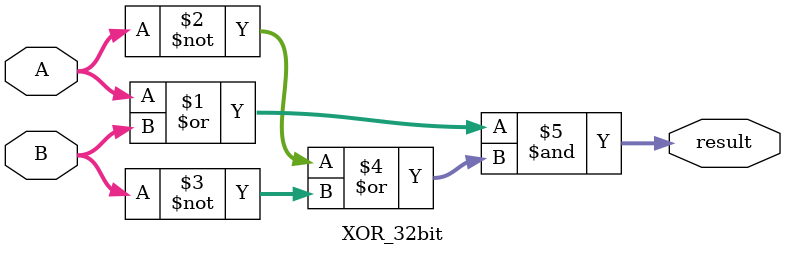
<source format=v>
`timescale 1ns / 1ps


module XOR_32bit(
    input  wire [31:0] A,
    input  wire [31:0] B,
    output [31:0] result
    );
    
    assign result = (A | B) & (~A | ~B);
endmodule

</source>
